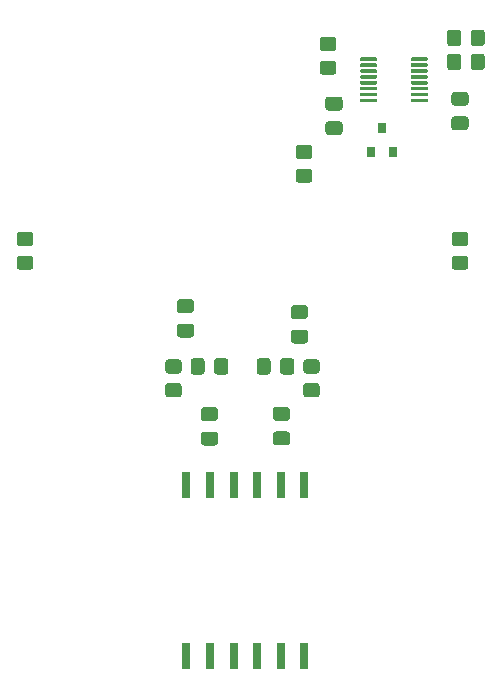
<source format=gbr>
%TF.GenerationSoftware,KiCad,Pcbnew,5.1.7-a382d34a8~87~ubuntu20.04.1*%
%TF.CreationDate,2020-11-04T11:30:01+01:00*%
%TF.ProjectId,isoSPI_Interface,69736f53-5049-45f4-996e-746572666163,rev?*%
%TF.SameCoordinates,Original*%
%TF.FileFunction,Paste,Top*%
%TF.FilePolarity,Positive*%
%FSLAX46Y46*%
G04 Gerber Fmt 4.6, Leading zero omitted, Abs format (unit mm)*
G04 Created by KiCad (PCBNEW 5.1.7-a382d34a8~87~ubuntu20.04.1) date 2020-11-04 11:30:01*
%MOMM*%
%LPD*%
G01*
G04 APERTURE LIST*
%ADD10R,0.800000X2.200000*%
%ADD11R,0.800000X0.900000*%
G04 APERTURE END LIST*
D10*
%TO.C,T301*%
X122729000Y-149211000D03*
X120729000Y-149211000D03*
X118729000Y-149211000D03*
X116729000Y-149211000D03*
X114729000Y-149211000D03*
X112729000Y-149211000D03*
X112729000Y-134761000D03*
X114729000Y-134761000D03*
X116729000Y-134761000D03*
X118729000Y-134761000D03*
X120729000Y-134761000D03*
X122729000Y-134761000D03*
%TD*%
%TO.C,R304*%
G36*
G01*
X112083001Y-125330000D02*
X111182999Y-125330000D01*
G75*
G02*
X110933000Y-125080001I0J249999D01*
G01*
X110933000Y-124379999D01*
G75*
G02*
X111182999Y-124130000I249999J0D01*
G01*
X112083001Y-124130000D01*
G75*
G02*
X112333000Y-124379999I0J-249999D01*
G01*
X112333000Y-125080001D01*
G75*
G02*
X112083001Y-125330000I-249999J0D01*
G01*
G37*
G36*
G01*
X112083001Y-127330000D02*
X111182999Y-127330000D01*
G75*
G02*
X110933000Y-127080001I0J249999D01*
G01*
X110933000Y-126379999D01*
G75*
G02*
X111182999Y-126130000I249999J0D01*
G01*
X112083001Y-126130000D01*
G75*
G02*
X112333000Y-126379999I0J-249999D01*
G01*
X112333000Y-127080001D01*
G75*
G02*
X112083001Y-127330000I-249999J0D01*
G01*
G37*
%TD*%
%TO.C,R303*%
G36*
G01*
X115081000Y-125164001D02*
X115081000Y-124263999D01*
G75*
G02*
X115330999Y-124014000I249999J0D01*
G01*
X116031001Y-124014000D01*
G75*
G02*
X116281000Y-124263999I0J-249999D01*
G01*
X116281000Y-125164001D01*
G75*
G02*
X116031001Y-125414000I-249999J0D01*
G01*
X115330999Y-125414000D01*
G75*
G02*
X115081000Y-125164001I0J249999D01*
G01*
G37*
G36*
G01*
X113081000Y-125164001D02*
X113081000Y-124263999D01*
G75*
G02*
X113330999Y-124014000I249999J0D01*
G01*
X114031001Y-124014000D01*
G75*
G02*
X114281000Y-124263999I0J-249999D01*
G01*
X114281000Y-125164001D01*
G75*
G02*
X114031001Y-125414000I-249999J0D01*
G01*
X113330999Y-125414000D01*
G75*
G02*
X113081000Y-125164001I0J249999D01*
G01*
G37*
%TD*%
%TO.C,R302*%
G36*
G01*
X120669000Y-125164001D02*
X120669000Y-124263999D01*
G75*
G02*
X120918999Y-124014000I249999J0D01*
G01*
X121619001Y-124014000D01*
G75*
G02*
X121869000Y-124263999I0J-249999D01*
G01*
X121869000Y-125164001D01*
G75*
G02*
X121619001Y-125414000I-249999J0D01*
G01*
X120918999Y-125414000D01*
G75*
G02*
X120669000Y-125164001I0J249999D01*
G01*
G37*
G36*
G01*
X118669000Y-125164001D02*
X118669000Y-124263999D01*
G75*
G02*
X118918999Y-124014000I249999J0D01*
G01*
X119619001Y-124014000D01*
G75*
G02*
X119869000Y-124263999I0J-249999D01*
G01*
X119869000Y-125164001D01*
G75*
G02*
X119619001Y-125414000I-249999J0D01*
G01*
X118918999Y-125414000D01*
G75*
G02*
X118669000Y-125164001I0J249999D01*
G01*
G37*
%TD*%
%TO.C,R301*%
G36*
G01*
X122866999Y-126130000D02*
X123767001Y-126130000D01*
G75*
G02*
X124017000Y-126379999I0J-249999D01*
G01*
X124017000Y-127080001D01*
G75*
G02*
X123767001Y-127330000I-249999J0D01*
G01*
X122866999Y-127330000D01*
G75*
G02*
X122617000Y-127080001I0J249999D01*
G01*
X122617000Y-126379999D01*
G75*
G02*
X122866999Y-126130000I249999J0D01*
G01*
G37*
G36*
G01*
X122866999Y-124130000D02*
X123767001Y-124130000D01*
G75*
G02*
X124017000Y-124379999I0J-249999D01*
G01*
X124017000Y-125080001D01*
G75*
G02*
X123767001Y-125330000I-249999J0D01*
G01*
X122866999Y-125330000D01*
G75*
G02*
X122617000Y-125080001I0J249999D01*
G01*
X122617000Y-124379999D01*
G75*
G02*
X122866999Y-124130000I249999J0D01*
G01*
G37*
%TD*%
%TO.C,R203*%
G36*
G01*
X136798000Y-99383001D02*
X136798000Y-98482999D01*
G75*
G02*
X137047999Y-98233000I249999J0D01*
G01*
X137748001Y-98233000D01*
G75*
G02*
X137998000Y-98482999I0J-249999D01*
G01*
X137998000Y-99383001D01*
G75*
G02*
X137748001Y-99633000I-249999J0D01*
G01*
X137047999Y-99633000D01*
G75*
G02*
X136798000Y-99383001I0J249999D01*
G01*
G37*
G36*
G01*
X134798000Y-99383001D02*
X134798000Y-98482999D01*
G75*
G02*
X135047999Y-98233000I249999J0D01*
G01*
X135748001Y-98233000D01*
G75*
G02*
X135998000Y-98482999I0J-249999D01*
G01*
X135998000Y-99383001D01*
G75*
G02*
X135748001Y-99633000I-249999J0D01*
G01*
X135047999Y-99633000D01*
G75*
G02*
X134798000Y-99383001I0J249999D01*
G01*
G37*
%TD*%
%TO.C,R202*%
G36*
G01*
X136798000Y-97351001D02*
X136798000Y-96450999D01*
G75*
G02*
X137047999Y-96201000I249999J0D01*
G01*
X137748001Y-96201000D01*
G75*
G02*
X137998000Y-96450999I0J-249999D01*
G01*
X137998000Y-97351001D01*
G75*
G02*
X137748001Y-97601000I-249999J0D01*
G01*
X137047999Y-97601000D01*
G75*
G02*
X136798000Y-97351001I0J249999D01*
G01*
G37*
G36*
G01*
X134798000Y-97351001D02*
X134798000Y-96450999D01*
G75*
G02*
X135047999Y-96201000I249999J0D01*
G01*
X135748001Y-96201000D01*
G75*
G02*
X135998000Y-96450999I0J-249999D01*
G01*
X135998000Y-97351001D01*
G75*
G02*
X135748001Y-97601000I-249999J0D01*
G01*
X135047999Y-97601000D01*
G75*
G02*
X134798000Y-97351001I0J249999D01*
G01*
G37*
%TD*%
%TO.C,R201*%
G36*
G01*
X124263999Y-98825000D02*
X125164001Y-98825000D01*
G75*
G02*
X125414000Y-99074999I0J-249999D01*
G01*
X125414000Y-99775001D01*
G75*
G02*
X125164001Y-100025000I-249999J0D01*
G01*
X124263999Y-100025000D01*
G75*
G02*
X124014000Y-99775001I0J249999D01*
G01*
X124014000Y-99074999D01*
G75*
G02*
X124263999Y-98825000I249999J0D01*
G01*
G37*
G36*
G01*
X124263999Y-96825000D02*
X125164001Y-96825000D01*
G75*
G02*
X125414000Y-97074999I0J-249999D01*
G01*
X125414000Y-97775001D01*
G75*
G02*
X125164001Y-98025000I-249999J0D01*
G01*
X124263999Y-98025000D01*
G75*
G02*
X124014000Y-97775001I0J249999D01*
G01*
X124014000Y-97074999D01*
G75*
G02*
X124263999Y-96825000I249999J0D01*
G01*
G37*
%TD*%
%TO.C,R103*%
G36*
G01*
X98609999Y-115335000D02*
X99510001Y-115335000D01*
G75*
G02*
X99760000Y-115584999I0J-249999D01*
G01*
X99760000Y-116285001D01*
G75*
G02*
X99510001Y-116535000I-249999J0D01*
G01*
X98609999Y-116535000D01*
G75*
G02*
X98360000Y-116285001I0J249999D01*
G01*
X98360000Y-115584999D01*
G75*
G02*
X98609999Y-115335000I249999J0D01*
G01*
G37*
G36*
G01*
X98609999Y-113335000D02*
X99510001Y-113335000D01*
G75*
G02*
X99760000Y-113584999I0J-249999D01*
G01*
X99760000Y-114285001D01*
G75*
G02*
X99510001Y-114535000I-249999J0D01*
G01*
X98609999Y-114535000D01*
G75*
G02*
X98360000Y-114285001I0J249999D01*
G01*
X98360000Y-113584999D01*
G75*
G02*
X98609999Y-113335000I249999J0D01*
G01*
G37*
%TD*%
%TO.C,R102*%
G36*
G01*
X123132001Y-107169000D02*
X122231999Y-107169000D01*
G75*
G02*
X121982000Y-106919001I0J249999D01*
G01*
X121982000Y-106218999D01*
G75*
G02*
X122231999Y-105969000I249999J0D01*
G01*
X123132001Y-105969000D01*
G75*
G02*
X123382000Y-106218999I0J-249999D01*
G01*
X123382000Y-106919001D01*
G75*
G02*
X123132001Y-107169000I-249999J0D01*
G01*
G37*
G36*
G01*
X123132001Y-109169000D02*
X122231999Y-109169000D01*
G75*
G02*
X121982000Y-108919001I0J249999D01*
G01*
X121982000Y-108218999D01*
G75*
G02*
X122231999Y-107969000I249999J0D01*
G01*
X123132001Y-107969000D01*
G75*
G02*
X123382000Y-108218999I0J-249999D01*
G01*
X123382000Y-108919001D01*
G75*
G02*
X123132001Y-109169000I-249999J0D01*
G01*
G37*
%TD*%
%TO.C,R101*%
G36*
G01*
X135439999Y-115335000D02*
X136340001Y-115335000D01*
G75*
G02*
X136590000Y-115584999I0J-249999D01*
G01*
X136590000Y-116285001D01*
G75*
G02*
X136340001Y-116535000I-249999J0D01*
G01*
X135439999Y-116535000D01*
G75*
G02*
X135190000Y-116285001I0J249999D01*
G01*
X135190000Y-115584999D01*
G75*
G02*
X135439999Y-115335000I249999J0D01*
G01*
G37*
G36*
G01*
X135439999Y-113335000D02*
X136340001Y-113335000D01*
G75*
G02*
X136590000Y-113584999I0J-249999D01*
G01*
X136590000Y-114285001D01*
G75*
G02*
X136340001Y-114535000I-249999J0D01*
G01*
X135439999Y-114535000D01*
G75*
G02*
X135190000Y-114285001I0J249999D01*
G01*
X135190000Y-113584999D01*
G75*
G02*
X135439999Y-113335000I249999J0D01*
G01*
G37*
%TD*%
%TO.C,IC201*%
G36*
G01*
X131727000Y-98782000D02*
X131727000Y-98632000D01*
G75*
G02*
X131802000Y-98557000I75000J0D01*
G01*
X133102000Y-98557000D01*
G75*
G02*
X133177000Y-98632000I0J-75000D01*
G01*
X133177000Y-98782000D01*
G75*
G02*
X133102000Y-98857000I-75000J0D01*
G01*
X131802000Y-98857000D01*
G75*
G02*
X131727000Y-98782000I0J75000D01*
G01*
G37*
G36*
G01*
X131727000Y-99282000D02*
X131727000Y-99132000D01*
G75*
G02*
X131802000Y-99057000I75000J0D01*
G01*
X133102000Y-99057000D01*
G75*
G02*
X133177000Y-99132000I0J-75000D01*
G01*
X133177000Y-99282000D01*
G75*
G02*
X133102000Y-99357000I-75000J0D01*
G01*
X131802000Y-99357000D01*
G75*
G02*
X131727000Y-99282000I0J75000D01*
G01*
G37*
G36*
G01*
X131727000Y-99782000D02*
X131727000Y-99632000D01*
G75*
G02*
X131802000Y-99557000I75000J0D01*
G01*
X133102000Y-99557000D01*
G75*
G02*
X133177000Y-99632000I0J-75000D01*
G01*
X133177000Y-99782000D01*
G75*
G02*
X133102000Y-99857000I-75000J0D01*
G01*
X131802000Y-99857000D01*
G75*
G02*
X131727000Y-99782000I0J75000D01*
G01*
G37*
G36*
G01*
X131727000Y-100282000D02*
X131727000Y-100132000D01*
G75*
G02*
X131802000Y-100057000I75000J0D01*
G01*
X133102000Y-100057000D01*
G75*
G02*
X133177000Y-100132000I0J-75000D01*
G01*
X133177000Y-100282000D01*
G75*
G02*
X133102000Y-100357000I-75000J0D01*
G01*
X131802000Y-100357000D01*
G75*
G02*
X131727000Y-100282000I0J75000D01*
G01*
G37*
G36*
G01*
X131727000Y-100782000D02*
X131727000Y-100632000D01*
G75*
G02*
X131802000Y-100557000I75000J0D01*
G01*
X133102000Y-100557000D01*
G75*
G02*
X133177000Y-100632000I0J-75000D01*
G01*
X133177000Y-100782000D01*
G75*
G02*
X133102000Y-100857000I-75000J0D01*
G01*
X131802000Y-100857000D01*
G75*
G02*
X131727000Y-100782000I0J75000D01*
G01*
G37*
G36*
G01*
X131727000Y-101282000D02*
X131727000Y-101132000D01*
G75*
G02*
X131802000Y-101057000I75000J0D01*
G01*
X133102000Y-101057000D01*
G75*
G02*
X133177000Y-101132000I0J-75000D01*
G01*
X133177000Y-101282000D01*
G75*
G02*
X133102000Y-101357000I-75000J0D01*
G01*
X131802000Y-101357000D01*
G75*
G02*
X131727000Y-101282000I0J75000D01*
G01*
G37*
G36*
G01*
X131727000Y-101782000D02*
X131727000Y-101632000D01*
G75*
G02*
X131802000Y-101557000I75000J0D01*
G01*
X133102000Y-101557000D01*
G75*
G02*
X133177000Y-101632000I0J-75000D01*
G01*
X133177000Y-101782000D01*
G75*
G02*
X133102000Y-101857000I-75000J0D01*
G01*
X131802000Y-101857000D01*
G75*
G02*
X131727000Y-101782000I0J75000D01*
G01*
G37*
G36*
G01*
X131727000Y-102282000D02*
X131727000Y-102132000D01*
G75*
G02*
X131802000Y-102057000I75000J0D01*
G01*
X133102000Y-102057000D01*
G75*
G02*
X133177000Y-102132000I0J-75000D01*
G01*
X133177000Y-102282000D01*
G75*
G02*
X133102000Y-102357000I-75000J0D01*
G01*
X131802000Y-102357000D01*
G75*
G02*
X131727000Y-102282000I0J75000D01*
G01*
G37*
G36*
G01*
X127427000Y-102282000D02*
X127427000Y-102132000D01*
G75*
G02*
X127502000Y-102057000I75000J0D01*
G01*
X128802000Y-102057000D01*
G75*
G02*
X128877000Y-102132000I0J-75000D01*
G01*
X128877000Y-102282000D01*
G75*
G02*
X128802000Y-102357000I-75000J0D01*
G01*
X127502000Y-102357000D01*
G75*
G02*
X127427000Y-102282000I0J75000D01*
G01*
G37*
G36*
G01*
X127427000Y-101782000D02*
X127427000Y-101632000D01*
G75*
G02*
X127502000Y-101557000I75000J0D01*
G01*
X128802000Y-101557000D01*
G75*
G02*
X128877000Y-101632000I0J-75000D01*
G01*
X128877000Y-101782000D01*
G75*
G02*
X128802000Y-101857000I-75000J0D01*
G01*
X127502000Y-101857000D01*
G75*
G02*
X127427000Y-101782000I0J75000D01*
G01*
G37*
G36*
G01*
X127427000Y-101282000D02*
X127427000Y-101132000D01*
G75*
G02*
X127502000Y-101057000I75000J0D01*
G01*
X128802000Y-101057000D01*
G75*
G02*
X128877000Y-101132000I0J-75000D01*
G01*
X128877000Y-101282000D01*
G75*
G02*
X128802000Y-101357000I-75000J0D01*
G01*
X127502000Y-101357000D01*
G75*
G02*
X127427000Y-101282000I0J75000D01*
G01*
G37*
G36*
G01*
X127427000Y-100782000D02*
X127427000Y-100632000D01*
G75*
G02*
X127502000Y-100557000I75000J0D01*
G01*
X128802000Y-100557000D01*
G75*
G02*
X128877000Y-100632000I0J-75000D01*
G01*
X128877000Y-100782000D01*
G75*
G02*
X128802000Y-100857000I-75000J0D01*
G01*
X127502000Y-100857000D01*
G75*
G02*
X127427000Y-100782000I0J75000D01*
G01*
G37*
G36*
G01*
X127427000Y-100282000D02*
X127427000Y-100132000D01*
G75*
G02*
X127502000Y-100057000I75000J0D01*
G01*
X128802000Y-100057000D01*
G75*
G02*
X128877000Y-100132000I0J-75000D01*
G01*
X128877000Y-100282000D01*
G75*
G02*
X128802000Y-100357000I-75000J0D01*
G01*
X127502000Y-100357000D01*
G75*
G02*
X127427000Y-100282000I0J75000D01*
G01*
G37*
G36*
G01*
X127427000Y-99782000D02*
X127427000Y-99632000D01*
G75*
G02*
X127502000Y-99557000I75000J0D01*
G01*
X128802000Y-99557000D01*
G75*
G02*
X128877000Y-99632000I0J-75000D01*
G01*
X128877000Y-99782000D01*
G75*
G02*
X128802000Y-99857000I-75000J0D01*
G01*
X127502000Y-99857000D01*
G75*
G02*
X127427000Y-99782000I0J75000D01*
G01*
G37*
G36*
G01*
X127427000Y-99282000D02*
X127427000Y-99132000D01*
G75*
G02*
X127502000Y-99057000I75000J0D01*
G01*
X128802000Y-99057000D01*
G75*
G02*
X128877000Y-99132000I0J-75000D01*
G01*
X128877000Y-99282000D01*
G75*
G02*
X128802000Y-99357000I-75000J0D01*
G01*
X127502000Y-99357000D01*
G75*
G02*
X127427000Y-99282000I0J75000D01*
G01*
G37*
G36*
G01*
X127427000Y-98782000D02*
X127427000Y-98632000D01*
G75*
G02*
X127502000Y-98557000I75000J0D01*
G01*
X128802000Y-98557000D01*
G75*
G02*
X128877000Y-98632000I0J-75000D01*
G01*
X128877000Y-98782000D01*
G75*
G02*
X128802000Y-98857000I-75000J0D01*
G01*
X127502000Y-98857000D01*
G75*
G02*
X127427000Y-98782000I0J75000D01*
G01*
G37*
%TD*%
D11*
%TO.C,D102*%
X129286000Y-104553000D03*
X130236000Y-106553000D03*
X128336000Y-106553000D03*
%TD*%
%TO.C,C304*%
G36*
G01*
X113124000Y-120200000D02*
X112174000Y-120200000D01*
G75*
G02*
X111924000Y-119950000I0J250000D01*
G01*
X111924000Y-119275000D01*
G75*
G02*
X112174000Y-119025000I250000J0D01*
G01*
X113124000Y-119025000D01*
G75*
G02*
X113374000Y-119275000I0J-250000D01*
G01*
X113374000Y-119950000D01*
G75*
G02*
X113124000Y-120200000I-250000J0D01*
G01*
G37*
G36*
G01*
X113124000Y-122275000D02*
X112174000Y-122275000D01*
G75*
G02*
X111924000Y-122025000I0J250000D01*
G01*
X111924000Y-121350000D01*
G75*
G02*
X112174000Y-121100000I250000J0D01*
G01*
X113124000Y-121100000D01*
G75*
G02*
X113374000Y-121350000I0J-250000D01*
G01*
X113374000Y-122025000D01*
G75*
G02*
X113124000Y-122275000I-250000J0D01*
G01*
G37*
%TD*%
%TO.C,C303*%
G36*
G01*
X115156000Y-129344000D02*
X114206000Y-129344000D01*
G75*
G02*
X113956000Y-129094000I0J250000D01*
G01*
X113956000Y-128419000D01*
G75*
G02*
X114206000Y-128169000I250000J0D01*
G01*
X115156000Y-128169000D01*
G75*
G02*
X115406000Y-128419000I0J-250000D01*
G01*
X115406000Y-129094000D01*
G75*
G02*
X115156000Y-129344000I-250000J0D01*
G01*
G37*
G36*
G01*
X115156000Y-131419000D02*
X114206000Y-131419000D01*
G75*
G02*
X113956000Y-131169000I0J250000D01*
G01*
X113956000Y-130494000D01*
G75*
G02*
X114206000Y-130244000I250000J0D01*
G01*
X115156000Y-130244000D01*
G75*
G02*
X115406000Y-130494000I0J-250000D01*
G01*
X115406000Y-131169000D01*
G75*
G02*
X115156000Y-131419000I-250000J0D01*
G01*
G37*
%TD*%
%TO.C,C302*%
G36*
G01*
X121252000Y-129322500D02*
X120302000Y-129322500D01*
G75*
G02*
X120052000Y-129072500I0J250000D01*
G01*
X120052000Y-128397500D01*
G75*
G02*
X120302000Y-128147500I250000J0D01*
G01*
X121252000Y-128147500D01*
G75*
G02*
X121502000Y-128397500I0J-250000D01*
G01*
X121502000Y-129072500D01*
G75*
G02*
X121252000Y-129322500I-250000J0D01*
G01*
G37*
G36*
G01*
X121252000Y-131397500D02*
X120302000Y-131397500D01*
G75*
G02*
X120052000Y-131147500I0J250000D01*
G01*
X120052000Y-130472500D01*
G75*
G02*
X120302000Y-130222500I250000J0D01*
G01*
X121252000Y-130222500D01*
G75*
G02*
X121502000Y-130472500I0J-250000D01*
G01*
X121502000Y-131147500D01*
G75*
G02*
X121252000Y-131397500I-250000J0D01*
G01*
G37*
%TD*%
%TO.C,C301*%
G36*
G01*
X122776000Y-120708000D02*
X121826000Y-120708000D01*
G75*
G02*
X121576000Y-120458000I0J250000D01*
G01*
X121576000Y-119783000D01*
G75*
G02*
X121826000Y-119533000I250000J0D01*
G01*
X122776000Y-119533000D01*
G75*
G02*
X123026000Y-119783000I0J-250000D01*
G01*
X123026000Y-120458000D01*
G75*
G02*
X122776000Y-120708000I-250000J0D01*
G01*
G37*
G36*
G01*
X122776000Y-122783000D02*
X121826000Y-122783000D01*
G75*
G02*
X121576000Y-122533000I0J250000D01*
G01*
X121576000Y-121858000D01*
G75*
G02*
X121826000Y-121608000I250000J0D01*
G01*
X122776000Y-121608000D01*
G75*
G02*
X123026000Y-121858000I0J-250000D01*
G01*
X123026000Y-122533000D01*
G75*
G02*
X122776000Y-122783000I-250000J0D01*
G01*
G37*
%TD*%
%TO.C,C202*%
G36*
G01*
X125697000Y-103055000D02*
X124747000Y-103055000D01*
G75*
G02*
X124497000Y-102805000I0J250000D01*
G01*
X124497000Y-102130000D01*
G75*
G02*
X124747000Y-101880000I250000J0D01*
G01*
X125697000Y-101880000D01*
G75*
G02*
X125947000Y-102130000I0J-250000D01*
G01*
X125947000Y-102805000D01*
G75*
G02*
X125697000Y-103055000I-250000J0D01*
G01*
G37*
G36*
G01*
X125697000Y-105130000D02*
X124747000Y-105130000D01*
G75*
G02*
X124497000Y-104880000I0J250000D01*
G01*
X124497000Y-104205000D01*
G75*
G02*
X124747000Y-103955000I250000J0D01*
G01*
X125697000Y-103955000D01*
G75*
G02*
X125947000Y-104205000I0J-250000D01*
G01*
X125947000Y-104880000D01*
G75*
G02*
X125697000Y-105130000I-250000J0D01*
G01*
G37*
%TD*%
%TO.C,C201*%
G36*
G01*
X136365000Y-102652500D02*
X135415000Y-102652500D01*
G75*
G02*
X135165000Y-102402500I0J250000D01*
G01*
X135165000Y-101727500D01*
G75*
G02*
X135415000Y-101477500I250000J0D01*
G01*
X136365000Y-101477500D01*
G75*
G02*
X136615000Y-101727500I0J-250000D01*
G01*
X136615000Y-102402500D01*
G75*
G02*
X136365000Y-102652500I-250000J0D01*
G01*
G37*
G36*
G01*
X136365000Y-104727500D02*
X135415000Y-104727500D01*
G75*
G02*
X135165000Y-104477500I0J250000D01*
G01*
X135165000Y-103802500D01*
G75*
G02*
X135415000Y-103552500I250000J0D01*
G01*
X136365000Y-103552500D01*
G75*
G02*
X136615000Y-103802500I0J-250000D01*
G01*
X136615000Y-104477500D01*
G75*
G02*
X136365000Y-104727500I-250000J0D01*
G01*
G37*
%TD*%
M02*

</source>
